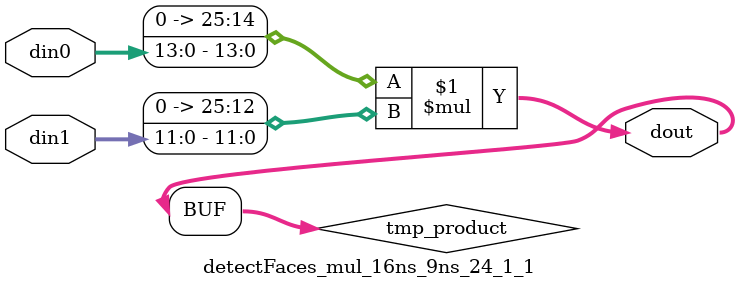
<source format=v>

`timescale 1 ns / 1 ps

  module detectFaces_mul_16ns_9ns_24_1_1(din0, din1, dout);
parameter ID = 1;
parameter NUM_STAGE = 0;
parameter din0_WIDTH = 14;
parameter din1_WIDTH = 12;
parameter dout_WIDTH = 26;

input [din0_WIDTH - 1 : 0] din0; 
input [din1_WIDTH - 1 : 0] din1; 
output [dout_WIDTH - 1 : 0] dout;

wire signed [dout_WIDTH - 1 : 0] tmp_product;










assign tmp_product = $signed({1'b0, din0}) * $signed({1'b0, din1});











assign dout = tmp_product;







endmodule

</source>
